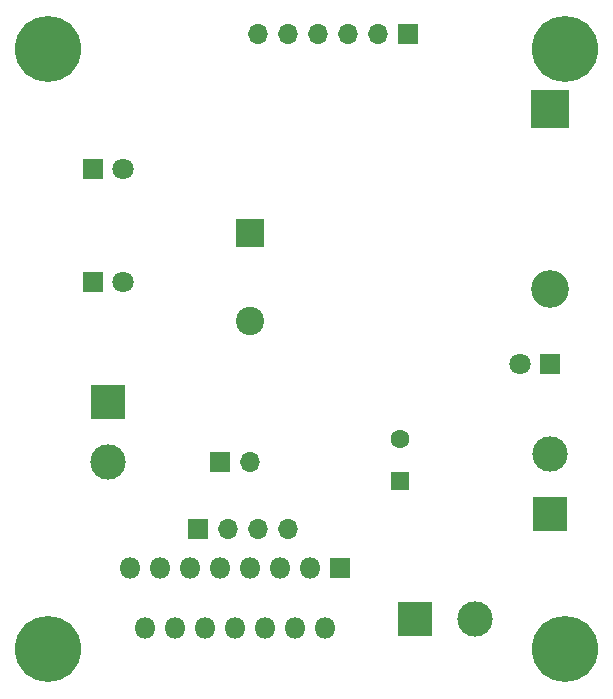
<source format=gbs>
%TF.GenerationSoftware,KiCad,Pcbnew,(6.0.8)*%
%TF.CreationDate,2022-10-23T00:13:42+03:00*%
%TF.ProjectId,PowerBoard,506f7765-7242-46f6-9172-642e6b696361,rev?*%
%TF.SameCoordinates,Original*%
%TF.FileFunction,Soldermask,Bot*%
%TF.FilePolarity,Negative*%
%FSLAX46Y46*%
G04 Gerber Fmt 4.6, Leading zero omitted, Abs format (unit mm)*
G04 Created by KiCad (PCBNEW (6.0.8)) date 2022-10-23 00:13:42*
%MOMM*%
%LPD*%
G01*
G04 APERTURE LIST*
%ADD10R,1.600000X1.600000*%
%ADD11C,1.600000*%
%ADD12R,1.700000X1.700000*%
%ADD13O,1.700000X1.700000*%
%ADD14R,2.400000X2.400000*%
%ADD15C,2.400000*%
%ADD16R,1.800000X1.800000*%
%ADD17C,1.800000*%
%ADD18C,3.600000*%
%ADD19C,5.600000*%
%ADD20R,3.000000X3.000000*%
%ADD21C,3.000000*%
%ADD22O,1.800000X1.800000*%
%ADD23R,3.200000X3.200000*%
%ADD24O,3.200000X3.200000*%
G04 APERTURE END LIST*
D10*
%TO.C,C1*%
X232410000Y-67012755D03*
D11*
X232410000Y-63512755D03*
%TD*%
D12*
%TO.C,J4*%
X217170000Y-65405000D03*
D13*
X219710000Y-65405000D03*
%TD*%
D14*
%TO.C,C2*%
X219710000Y-46017246D03*
D15*
X219710000Y-53517246D03*
%TD*%
D16*
%TO.C,D4*%
X245110000Y-57150000D03*
D17*
X242570000Y-57150000D03*
%TD*%
D18*
%TO.C,H3*%
X246380000Y-30480000D03*
D19*
X246380000Y-30480000D03*
%TD*%
D12*
%TO.C,J6*%
X233045000Y-29210000D03*
D13*
X230505000Y-29210000D03*
X227965000Y-29210000D03*
X225425000Y-29210000D03*
X222885000Y-29210000D03*
X220345000Y-29210000D03*
%TD*%
D20*
%TO.C,J3*%
X207645000Y-60325000D03*
D21*
X207645000Y-65405000D03*
%TD*%
D19*
%TO.C,H1*%
X246380000Y-81280000D03*
D18*
X246380000Y-81280000D03*
%TD*%
D16*
%TO.C,D3*%
X206375000Y-40640000D03*
D17*
X208915000Y-40640000D03*
%TD*%
D20*
%TO.C,J1*%
X233680000Y-78740000D03*
D21*
X238760000Y-78740000D03*
%TD*%
D12*
%TO.C,J2*%
X215265000Y-71120000D03*
D13*
X217805000Y-71120000D03*
X220345000Y-71120000D03*
X222885000Y-71120000D03*
%TD*%
D16*
%TO.C,U1*%
X227335000Y-74405000D03*
D22*
X226065000Y-79485000D03*
X224795000Y-74405000D03*
X223525000Y-79485000D03*
X222255000Y-74405000D03*
X220985000Y-79485000D03*
X219715000Y-74405000D03*
X218445000Y-79485000D03*
X217175000Y-74405000D03*
X215905000Y-79485000D03*
X214635000Y-74405000D03*
X213365000Y-79485000D03*
X212095000Y-74405000D03*
X210825000Y-79485000D03*
X209555000Y-74405000D03*
%TD*%
D23*
%TO.C,D1*%
X245110000Y-35560000D03*
D24*
X245110000Y-50800000D03*
%TD*%
D19*
%TO.C,H4*%
X202565000Y-81280000D03*
D18*
X202565000Y-81280000D03*
%TD*%
%TO.C,H2*%
X202565000Y-30480000D03*
D19*
X202565000Y-30480000D03*
%TD*%
D20*
%TO.C,J5*%
X245110000Y-69850000D03*
D21*
X245110000Y-64770000D03*
%TD*%
D16*
%TO.C,D2*%
X206370000Y-50165000D03*
D17*
X208910000Y-50165000D03*
%TD*%
M02*

</source>
